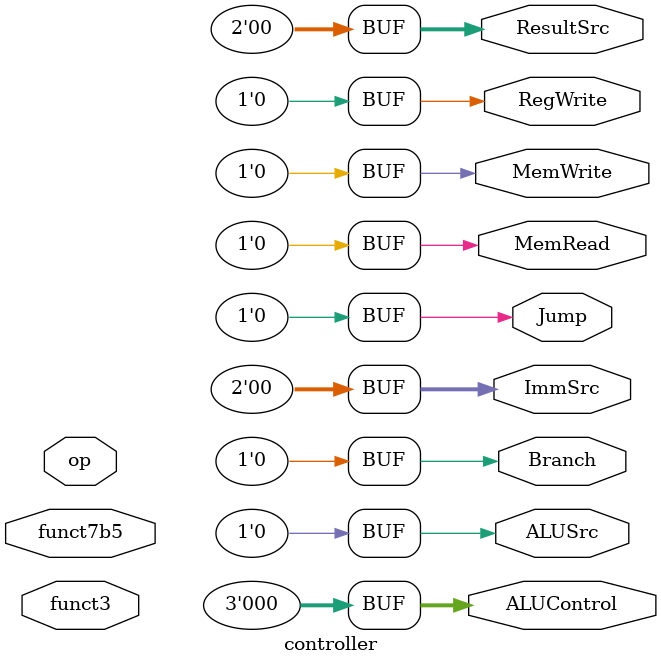
<source format=sv>
`timescale 1ns / 1ps


module controller(input  logic [6:0] op,
                  input  logic [2:0] funct3,
                  input  logic       funct7b5,
                  output logic       Branch,
                  output logic [1:0] ResultSrc,
                  output logic       MemWrite, MemRead,
                  output logic       ALUSrc,
                  output logic       RegWrite, Jump,
                  output logic [1:0] ImmSrc,
                  output logic [2:0] ALUControl);

  logic [1:0] ALUOp;
  
  initial begin
    Branch<= 0;
    ResultSrc<= 0;
    MemWrite<= 0;
    MemRead <= 0;
    ALUSrc<= 0;
    RegWrite<= 0;
    Jump<= 0;
    ImmSrc<= 0;
    ALUControl<= 0;
  end

  main_decoder md(.opCode(op), .resultSrc(ResultSrc), .memWrite(MemWrite),.memRead(MemRead), .branch(Branch), .ALUSrc(ALUSrc),
                  .regWrite(RegWrite), .jump(Jump), .immSrc(ImmSrc), .ALUOp(ALUOp));
  ALU_decoder  ad(.op5(op[5]), .funct3(funct3), .funct7(funct7b5), .ALUop(ALUOp), .ALUControl(ALUControl));

  
endmodule

</source>
